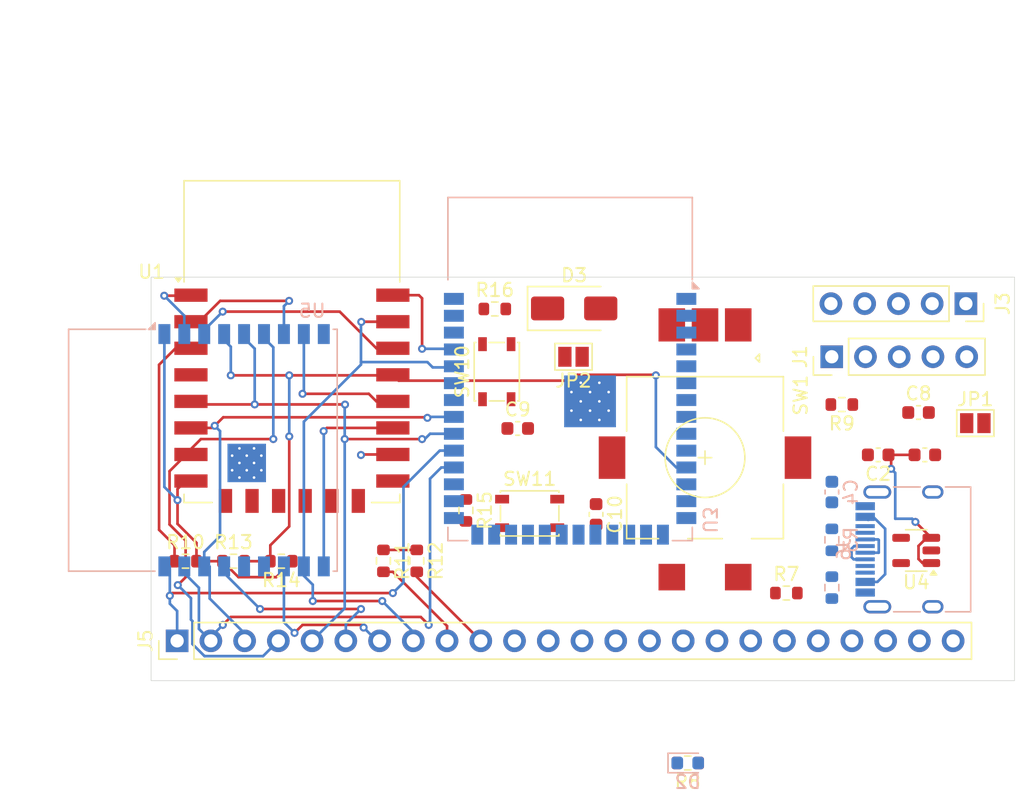
<source format=kicad_pcb>
(kicad_pcb (version 20241229) (generator "pcbnew") (generator_version "9.0")
  (layers (0 "F.Cu" signal) (2 "B.Cu" signal) (13 "F.Paste" user) (15 "B.Paste" user) (5 "F.SilkS" user "F.Silkscreen") (7 "B.SilkS" user "B.Silkscreen") (1 "F.Mask" user) (3 "B.Mask" user) (25 "Edge.Cuts" user))
  (net 0 "")
  (net 1 "GND")
  (net 2 "Net-(D2-A)")
  (net 3 "SW_D")
  (net 4 "ADC_X")
  (net 5 "ADC_Y")
  (net 6 "D-")
  (net 9 "Net-(J6-CC1)")
  (net 10 "D+")
  (net 11 "Net-(J6-CC2)")
  (net 12 "SCL_0")
  (net 13 "SCL_3")
  (net 14 "SDA_3")
  (net 15 "SDA_0")
  (net 16 "SW_B")
  (net 17 "SW_A")
  (net 18 "CS_0")
  (net 19 "UART0_RX")
  (net 20 "CS_1")
  (net 21 "DC")
  (net 22 "UART0_TX")
  (net 25 "SW_C")
  (net 26 "RST_SW")
  (net 27 "BOOT")
  (net 28 "UART1_TX")
  (net 29 "UART1_RX")
  (net 30 "SPIB_MISO")
  (net 31 "SPIB_SCK")
  (net 32 "SPIB_MOSI")
  (net 33 "SPIA_MOSI")
  (net 34 "SPIA_MISO")
  (net 35 "SPIA_SCK")
  (net 36 "LED22")
  (net 48 "Net-(U1-EN)")
  (net 49 "5V")
  (net 50 "WLED")
  (net 52 "Net-(D3-A)")
  (net 53 "Net-(JP1-A)")
  (net 54 "+3.3V")
  (net 55 "SPI_RST")
  (footprint "Capacitor_SMD:C_0603_1608Metric" (layer "F.Cu") (at 142.65 90.39)
    (property "Reference" "C5" (hide yes))
    (property "Value" "1u")
  )
  (footprint "Resistor_SMD:R_0603_1608Metric" (layer "F.Cu") (at 110.275 79.4)
    (property "Reference" "R16")
    (property "Value" "10K")
  )
  (footprint "Resistor_SMD:R_0603_1608Metric" (layer "F.Cu") (at 104.4 98.375 -90)
    (property "Reference" "R12")
    (property "Value" "10K")
  )
  (footprint "Package_TO_SOT_SMD:SOT-23-5" (layer "F.Cu") (at 141.99975 97.59 180)
    (property "Reference" "U4")
    (property "Value" "ME6211C33M5")
  )
  (footprint "Capacitor_SMD:C_0603_1608Metric" (layer "F.Cu") (at 117.9 94.875 -90)
    (property "Reference" "C10")
    (property "Value" ".1u")
  )
  (footprint "Resistor_SMD:R_0603_1608Metric" (layer "F.Cu") (at 86.99 98.4)
    (property "Reference" "R10")
    (property "Value" "10K")
  )
  (footprint "Resistor_SMD:R_0603_1608Metric" (layer "F.Cu") (at 124.8 113.6 180)
    (property "Reference" "R8")
    (property "Value" "100R")
  )
  (footprint "Jumper:SolderJumper-2_P1.3mm_Open_Pad1.0x1.5mm" (layer "F.Cu") (at 116.2 83 180)
    (property "Reference" "JP2")
    (property "Value" "Jumper_2")
  )
  (footprint "Connector_PinSocket_2.54mm:PinSocket_1x05_P2.54mm_Vertical" (layer "F.Cu") (at 145.74 79 -90)
    (property "Reference" "J3")
    (property "Value" "Conn_01x05_Pin")
  )
  (footprint "Button_Switch_SMD:SW_SPST_PTS810" (layer "F.Cu") (at 110.425 84.125 90)
    (property "Reference" "SW10")
    (property "Value" "SW_Push")
  )
  (footprint "Capacitor_SMD:C_0603_1608Metric" (layer "F.Cu") (at 139.1375 90.39 180)
    (property "Reference" "C2")
    (property "Value" "10u")
  )
  (footprint "Capacitor_SMD:C_0603_1608Metric" (layer "F.Cu") (at 142.175 87.2)
    (property "Reference" "C8")
    (property "Value" ".1u")
  )
  (footprint "Capacitor_SMD:C_0603_1608Metric" (layer "F.Cu") (at 112 88.4)
    (property "Reference" "C9")
    (property "Value" ".1u")
  )
  (footprint "Resistor_SMD:R_0603_1608Metric" (layer "F.Cu") (at 132.225 100.8)
    (property "Reference" "R7")
    (property "Value" "10K")
  )
  (footprint "Resistor_SMD:R_0603_1608Metric" (layer "F.Cu") (at 108.1 94.575 -90)
    (property "Reference" "R15")
    (property "Value" "10K")
  )
  (footprint "Resistor_SMD:R_0603_1608Metric" (layer "F.Cu") (at 94.2 98.4 180)
    (property "Reference" "R14")
    (property "Value" "10K")
  )
  (footprint "Resistor_SMD:R_0603_1608Metric" (layer "F.Cu") (at 136.4 86.6 180)
    (property "Reference" "R9")
    (property "Value" "10K")
  )
  (footprint "Resistor_SMD:R_0603_1608Metric" (layer "F.Cu") (at 90.6 98.4)
    (property "Reference" "R13")
    (property "Value" "10K")
  )
  (footprint "Jumper:SolderJumper-2_P1.3mm_Open_Pad1.0x1.5mm" (layer "F.Cu") (at 146.45 88)
    (property "Reference" "JP1")
    (property "Value" "Jumper_2")
  )
  (footprint "Diode_SMD:D_SMA" (layer "F.Cu") (at 116.25 79.36)
    (property "Reference" "D3")
    (property "Value" "SS14")
  )
  (footprint "Resistor_SMD:R_0603_1608Metric" (layer "F.Cu") (at 101.89 98.375 -90)
    (property "Reference" "R11")
    (property "Value" "10K")
  )
  (footprint "Connector_PinHeader_2.54mm:PinHeader_1x05_P2.54mm_Vertical" (layer "F.Cu") (at 135.64 83 90)
    (property "Reference" "J1")
    (property "Value" "Conn_01x05_Pin")
  )
  (footprint "Button_Switch_SMD:SW_SPST_PTS810" (layer "F.Cu") (at 112.9 94.8)
    (property "Reference" "SW11")
    (property "Value" "SW_Push")
  )
  (footprint "RF_Module:ESP-12E" (layer "F.Cu") (at 95 81.86)
    (property "Reference" "U1")
    (property "Value" "ESP-12F")
  )
  (footprint "IOT-Mess-Footprints:RotaryEncoder_EC11_SMD" (layer "F.Cu") (at 128.6 83.1 -90)
    (property "Reference" "SW1")
    (property "Value" "RotaryEncoder")
  )
  (footprint "Connector_PinHeader_2.54mm:PinHeader_1x24_P2.54mm_Vertical" (layer "F.Cu") (at 86.36 104.4 90)
    (property "Reference" "J5")
    (property "Value" "Conn_01x24_Pin")
  )
  (footprint "Resistor_SMD:R_0603_1608Metric" (layer "B.Cu") (at 135.65 100.39 -90)
    (property "Reference" "R2" (hide yes))
    (property "Value" "5.1K")
  )
  (footprint "Capacitor_SMD:C_0603_1608Metric" (layer "B.Cu") (at 135.65 93.19 90)
    (property "Reference" "C4")
    (property "Value" "1u" (hide yes))
  )
  (footprint "Connector_USB:USB_C_Receptacle_HRO_TYPE-C-31-M-12" (layer "B.Cu") (at 142.2 97.51 -90)
    (property "Reference" "J6")
    (property "Value" "USB_C_Receptacle_USB2.0_16P")
  )
  (footprint "RF_Module:ESP32-C3-WROOM-02" (layer "B.Cu") (at 91.4 90.04 -90)
    (property "Reference" "U5")
    (property "Value" "ESP32-C3-WROOM-02")
  )
  (footprint "RF_Module:ESP32-S3-WROOM-1" (layer "B.Cu") (at 115.945 83.9 180)
    (property "Reference" "U3")
    (property "Value" "ESP32-S3-WROOM-1")
  )
  (footprint "Resistor_SMD:R_0603_1608Metric" (layer "B.Cu") (at 135.65 96.79 90)
    (property "Reference" "R3")
    (property "Value" "5.1K" (hide yes))
  )
  (footprint "LED_SMD:LED_0603_1608Metric" (layer "B.Cu") (at 124.8 113.6)
    (property "Reference" "D2")
    (property "Value" "LED")
  )
  (gr_rect (start 84.4 77) (end 149.4 107.4) (stroke (width 0.05)) (fill no) (layer "Edge.Cuts"))
  (segment (start 139.181 97.7485) (end 139.1695 97.76) (width 0.2) (layer "B.Cu") (net 6))
  (segment (start 139.1695 97.76) (end 138.155 97.76) (width 0.2) (layer "B.Cu") (net 6))
  (segment (start 138.155 96.76) (end 139.132 96.76) (width 0.2) (layer "B.Cu") (net 6))
  (segment (start 139.181 96.809) (end 139.181 97.7485) (width 0.2) (layer "B.Cu") (net 6))
  (segment (start 139.132 96.76) (end 139.181 96.809) (width 0.2) (layer "B.Cu") (net 6))
  (segment (start 137.2925 98.26) (end 137.129 98.0965) (width 0.2) (layer "B.Cu") (net 10))
  (segment (start 138.155 98.26) (end 137.2925 98.26) (width 0.2) (layer "B.Cu") (net 10))
  (segment (start 137.129 97.4635) (end 137.3325 97.26) (width 0.2) (layer "B.Cu") (net 10))
  (segment (start 137.129 98.0965) (end 137.129 97.4635) (width 0.2) (layer "B.Cu") (net 10))
  (segment (start 137.3325 97.26) (end 138.155 97.26) (width 0.2) (layer "B.Cu") (net 10))
  (segment (start 103.04 84.8) (end 116.055057 84.8) (width 0.2) (layer "F.Cu") (net 12))
  (segment (start 93.375 97.2) (end 94.8 95.775) (width 0.2) (layer "F.Cu") (net 12))
  (segment (start 102.6 84.36) (end 103.04 84.8) (width 0.2) (layer "F.Cu") (net 12))
  (segment (start 94.8 89) (end 94.8 95.775) (width 0.2) (layer "F.Cu") (net 12))
  (segment (start 91.425 98.4) (end 93.375 98.4) (width 0.2) (layer "F.Cu") (net 12))
  (segment (start 116.055057 84.8) (end 116.496057 84.359) (width 0.2) (layer "F.Cu") (net 12))
  (segment (start 94.8 84.4) (end 102.56 84.4) (width 0.2) (layer "F.Cu") (net 12))
  (segment (start 93.375 97.2) (end 93.375 98.4) (width 0.2) (layer "F.Cu") (net 12))
  (segment (start 90.4 84.4) (end 94.8 84.4) (width 0.2) (layer "F.Cu") (net 12))
  (segment (start 116.496057 84.359) (end 122.359 84.359) (width 0.2) (layer "F.Cu") (net 12))
  (segment (start 122.359 84.359) (end 122.4 84.4) (width 0.2) (layer "F.Cu") (net 12))
  (segment (start 102.56 84.4) (end 102.6 84.36) (width 0.2) (layer "F.Cu") (net 12))
  (via (at 122.4 84.4) (size 0.6) (drill 0.3) (layers "F.Cu" "B.Cu") (net 12))
  (via (at 90.4 84.4) (size 0.6) (drill 0.3) (layers "F.Cu" "B.Cu") (net 12))
  (via (at 94.8 89) (size 0.6) (drill 0.3) (layers "F.Cu" "B.Cu") (net 12))
  (via (at 94.8 84.4) (size 0.6) (drill 0.3) (layers "F.Cu" "B.Cu") (net 12))
  (segment (start 122.4 84.4) (end 122.4 89.8) (width 0.2) (layer "B.Cu") (net 12))
  (segment (start 94.8 89) (end 94.8 84.4) (width 0.2) (layer "B.Cu") (net 12))
  (segment (start 124.695 91.34) (end 123.94 91.34) (width 0.2) (layer "B.Cu") (net 12))
  (segment (start 90.4 82.24604) (end 89.9 81.74604) (width 0.2) (layer "B.Cu") (net 12))
  (segment (start 90.4 84.4) (end 90.4 82.24604) (width 0.2) (layer "B.Cu") (net 12))
  (segment (start 123.94 91.34) (end 122.4 89.8) (width 0.2) (layer "B.Cu") (net 12))
  (segment (start 89.99 81.1) (end 89.99 81.4) (width 0.2) (layer "B.Cu") (net 12))
  (segment (start 104.4 99.2) (end 104.4 99.58) (width 0.2) (layer "F.Cu") (net 13))
  (segment (start 104.4 99.58) (end 109.22 104.4) (width 0.2) (layer "F.Cu") (net 13))
  (segment (start 106.68 103.28) (end 106.68 104.4) (width 0.2) (layer "F.Cu") (net 14))
  (segment (start 101.89 99.2) (end 102.6 99.2) (width 0.2) (layer "F.Cu") (net 14))
  (segment (start 102.6 99.2) (end 106.68 103.28) (width 0.2) (layer "F.Cu") (net 14))
  (segment (start 102.6 82.36) (end 101.36 82.36) (width 0.2) (layer "F.Cu") (net 15))
  (segment (start 101.36 82.36) (end 98.6 79.6) (width 0.2) (layer "F.Cu") (net 15))
  (segment (start 98.6 79.6) (end 89.79 79.6) (width 0.2) (layer "F.Cu") (net 15))
  (via (at 89.79 79.6) (size 0.6) (drill 0.3) (layers "F.Cu" "B.Cu") (net 15))
  (segment (start 88.4 80.99) (end 88.4 81.29) (width 0.2) (layer "B.Cu") (net 15))
  (segment (start 89.79 79.6) (end 88.4 80.99) (width 0.2) (layer "B.Cu") (net 15))
  (segment (start 88.49 81.55604) (end 88.49 81.1) (width 0.2) (layer "B.Cu") (net 15))
  (segment (start 102.6 88.36) (end 97.63 88.36) (width 0.2) (layer "F.Cu") (net 16))
  (segment (start 97.63 88.36) (end 97.39 88.6) (width 0.2) (layer "F.Cu") (net 16))
  (segment (start 101.84 88.36) (end 102.6 88.36) (width 0.2) (layer "F.Cu") (net 16))
  (segment (start 101.8 88.4) (end 101.84 88.36) (width 0.2) (layer "F.Cu") (net 16))
  (via (at 97.39 88.6) (size 0.6) (drill 0.3) (layers "F.Cu" "B.Cu") (net 16))
  (segment (start 97.4 88.61) (end 97.4 98.79) (width 0.2) (layer "B.Cu") (net 16))
  (segment (start 97.39 88.6) (end 97.4 88.61) (width 0.2) (layer "B.Cu") (net 16))
  (segment (start 89.6 78.79) (end 88.03 80.36) (width 0.2) (layer "F.Cu") (net 17))
  (segment (start 88.03 80.36) (end 86.99 80.36) (width 0.2) (layer "F.Cu") (net 17))
  (segment (start 94.79 78.79) (end 89.6 78.79) (width 0.2) (layer "F.Cu") (net 17))
  (via (at 94.79 78.79) (size 0.6) (drill 0.3) (layers "F.Cu" "B.Cu") (net 17))
  (segment (start 94.79 78.79) (end 94.79 78.8) (width 0.2) (layer "B.Cu") (net 17))
  (segment (start 94.4 79.19) (end 94.4 81.29) (width 0.2) (layer "B.Cu") (net 17))
  (segment (start 94.79 78.8) (end 94.4 79.19) (width 0.2) (layer "B.Cu") (net 17))
  (segment (start 92.6 102) (end 100.2 102) (width 0.2) (layer "F.Cu") (net 18))
  (segment (start 100.2 90.4) (end 100.24 90.36) (width 0.2) (layer "F.Cu") (net 18))
  (segment (start 100.24 90.36) (end 102.6 90.36) (width 0.2) (layer "F.Cu") (net 18))
  (via (at 100.2 90.4) (size 0.6) (drill 0.3) (layers "F.Cu" "B.Cu") (net 18))
  (via (at 100.2 102) (size 0.6) (drill 0.3) (layers "F.Cu" "B.Cu") (net 18))
  (via (at 92.6 102) (size 0.6) (drill 0.3) (layers "F.Cu" "B.Cu") (net 18))
  (segment (start 100.2 102) (end 99.06 103.14) (width 0.2) (layer "B.Cu") (net 18))
  (segment (start 99.06 103.14) (end 99.06 104.4) (width 0.2) (layer "B.Cu") (net 18))
  (segment (start 89.9 99.3) (end 92.6 102) (width 0.2) (layer "B.Cu") (net 18))
  (segment (start 89.9 98.79) (end 89.9 99.3) (width 0.2) (layer "B.Cu") (net 18))
  (segment (start 101.8 101.4) (end 96.571388 101.4) (width 0.2) (layer "F.Cu") (net 19))
  (segment (start 102.6 80.36) (end 103.35 80.36) (width 0.2) (layer "F.Cu") (net 19))
  (segment (start 100.24 80.36) (end 102.6 80.36) (width 0.2) (layer "F.Cu") (net 19))
  (segment (start 100.224265 80.375735) (end 100.24 80.36) (width 0.2) (layer "F.Cu") (net 19))
  (via (at 101.8 101.4) (size 0.6) (drill 0.3) (layers "F.Cu" "B.Cu") (net 19))
  (via (at 100.224265 80.375735) (size 0.6) (drill 0.3) (layers "F.Cu" "B.Cu") (net 19))
  (via (at 96.571388 101.4) (size 0.6) (drill 0.3) (layers "F.Cu" "B.Cu") (net 19))
  (segment (start 96.571388 101.4) (end 96.571388 100.171388) (width 0.2) (layer "B.Cu") (net 19))
  (segment (start 100.2 80.61) (end 100.2 83.4) (width 0.2) (layer "B.Cu") (net 19))
  (segment (start 95.9 87.89) (end 95.9 98.79) (width 0.2) (layer "B.Cu") (net 19))
  (segment (start 96.571388 100.171388) (end 95.9 99.5) (width 0.2) (layer "B.Cu") (net 19))
  (segment (start 105.6 83.8) (end 105.2 83.4) (width 0.2) (layer "B.Cu") (net 19))
  (segment (start 95.9 99.5) (end 95.9 98.79) (width 0.2) (layer "B.Cu") (net 19))
  (segment (start 100.2 80.4) (end 100.224265 80.375735) (width 0.2) (layer "B.Cu") (net 19))
  (segment (start 101.8 101.4) (end 104.14 103.74) (width 0.2) (layer "B.Cu") (net 19))
  (segment (start 104.14 103.74) (end 104.14 104.4) (width 0.2) (layer "B.Cu") (net 19))
  (segment (start 100.2 83.59) (end 95.9 87.89) (width 0.2) (layer "B.Cu") (net 19))
  (segment (start 107.115 83.8) (end 107.195 83.72) (width 0.2) (layer "B.Cu") (net 19))
  (segment (start 105.6 83.8) (end 107.115 83.8) (width 0.2) (layer "B.Cu") (net 19))
  (segment (start 100.2 83.4) (end 100.2 83.59) (width 0.2) (layer "B.Cu") (net 19))
  (segment (start 105.2 83.4) (end 100.2 83.4) (width 0.2) (layer "B.Cu") (net 19))
  (segment (start 100.2 80.61) (end 100.2 80.4) (width 0.2) (layer "B.Cu") (net 19))
  (segment (start 102.6 100.8) (end 86.01 100.8) (width 0.2) (layer "F.Cu") (net 21))
  (segment (start 86.01 100.8) (end 85.81 101) (width 0.2) (layer "F.Cu") (net 21))
  (via (at 102.6 100.8) (size 0.6) (drill 0.3) (layers "F.Cu" "B.Cu") (net 21))
  (via (at 85.81 101) (size 0.6) (drill 0.3) (layers "F.Cu" "B.Cu") (net 21))
  (segment (start 103.4 92.8) (end 106.13 90.07) (width 0.2) (layer "B.Cu") (net 21))
  (segment (start 86.36 102.15) (end 86.36 104.4) (width 0.2) (layer "B.Cu") (net 21))
  (segment (start 85.81 101) (end 85.81 98.79) (width 0.2) (layer "B.Cu") (net 21))
  (segment (start 103.4 100) (end 103.4 92.8) (width 0.2) (layer "B.Cu") (net 21))
  (segment (start 102.6 100.8) (end 103.4 100) (width 0.2) (layer "B.Cu") (net 21))
  (segment (start 85.81 101.6) (end 85.81 101) (width 0.2) (layer "B.Cu") (net 21))
  (segment (start 106.13 90.07) (end 107.195 90.07) (width 0.2) (layer "B.Cu") (net 21))
  (segment (start 85.81 101.6) (end 86.36 102.15) (width 0.2) (layer "B.Cu") (net 21))
  (segment (start 104.56 78.36) (end 102.6 78.36) (width 0.2) (layer "F.Cu") (net 22))
  (segment (start 104.8 82.4) (end 104.8 78.6) (width 0.2) (layer "F.Cu") (net 22))
  (segment (start 104.8 78.6) (end 104.56 78.36) (width 0.2) (layer "F.Cu") (net 22))
  (segment (start 100.4 103.4) (end 100.2 103.2) (width 0.2) (layer "F.Cu") (net 22))
  (segment (start 95.8 103.2) (end 95.2 103.8) (width 0.2) (layer "F.Cu") (net 22))
  (segment (start 100.2 103.2) (end 95.8 103.2) (width 0.2) (layer "F.Cu") (net 22))
  (segment (start 102.6 78.36) (end 103.56 78.36) (width 0.2) (layer "F.Cu") (net 22))
  (via (at 104.8 82.4) (size 0.6) (drill 0.3) (layers "F.Cu" "B.Cu") (net 22))
  (via (at 100.4 103.4) (size 0.6) (drill 0.3) (layers "F.Cu" "B.Cu") (net 22))
  (via (at 95.2 103.8) (size 0.6) (drill 0.3) (layers "F.Cu" "B.Cu") (net 22))
  (segment (start 94.4 103) (end 94.4 98.79) (width 0.2) (layer "B.Cu") (net 22))
  (segment (start 104.8 82.4) (end 107.145 82.4) (width 0.2) (layer "B.Cu") (net 22))
  (segment (start 95.2 103.8) (end 94.4 103) (width 0.2) (layer "B.Cu") (net 22))
  (segment (start 101.4 104.4) (end 101.6 104.4) (width 0.2) (layer "B.Cu") (net 22))
  (segment (start 100.4 103.4) (end 101.4 104.4) (width 0.2) (layer "B.Cu") (net 22))
  (segment (start 107.145 82.4) (end 107.195 82.45) (width 0.2) (layer "B.Cu") (net 22))
  (segment (start 85.39 78.4) (end 86.95 78.4) (width 0.2) (layer "F.Cu") (net 26))
  (segment (start 86.95 78.4) (end 86.99 78.36) (width 0.2) (layer "F.Cu") (net 26))
  (via (at 85.39 78.4) (size 0.6) (drill 0.3) (layers "F.Cu" "B.Cu") (net 26))
  (segment (start 86.9 79.91) (end 85.39 78.4) (width 0.2) (layer "B.Cu") (net 26))
  (segment (start 86.9 81.29) (end 86.9 79.91) (width 0.2) (layer "B.Cu") (net 26))
  (segment (start 101.36 86.36) (end 102.6 86.36) (width 0.2) (layer "F.Cu") (net 27))
  (segment (start 100.79 85.79) (end 101.36 86.36) (width 0.2) (layer "F.Cu") (net 27))
  (segment (start 100.79 85.79) (end 95.8 85.79) (width 0.2) (layer "F.Cu") (net 27))
  (via (at 95.8 85.79) (size 0.6) (drill 0.3) (layers "F.Cu" "B.Cu") (net 27))
  (segment (start 95.8 85.79) (end 95.9 85.69) (width 0.2) (layer "B.Cu") (net 27))
  (segment (start 107.145 95.2) (end 107.195 95.15) (width 0.2) (layer "B.Cu") (net 27))
  (segment (start 95.9 85.69) (end 95.9 81.29) (width 0.2) (layer "B.Cu") (net 27))
  (segment (start 87 99.61) (end 87 96.845936) (width 0.2) (layer "F.Cu") (net 33))
  (segment (start 85.789 91.619) (end 87.048 90.36) (width 0.2) (layer "F.Cu") (net 33))
  (segment (start 87.048 90.36) (end 87.4 90.36) (width 0.2) (layer "F.Cu") (net 33))
  (segment (start 85.789 95.634936) (end 85.789 91.619) (width 0.2) (layer "F.Cu") (net 33))
  (segment (start 88.15 89.2) (end 86.99 90.36) (width 0.2) (layer "F.Cu") (net 33))
  (segment (start 87 96.845936) (end 85.789 95.634936) (width 0.2) (layer "F.Cu") (net 33))
  (segment (start 86.99 90.36) (end 87.342 90.36) (width 0.2) (layer "F.Cu") (net 33))
  (segment (start 86.41 100.2) (end 87 99.61) (width 0.2) (layer "F.Cu") (net 33))
  (segment (start 93.6 89.2) (end 88.15 89.2) (width 0.2) (layer "F.Cu") (net 33))
  (via (at 93.6 89.2) (size 0.6) (drill 0.3) (layers "F.Cu" "B.Cu") (net 33))
  (via (at 86.41 100.2) (size 0.6) (drill 0.3) (layers "F.Cu" "B.Cu") (net 33))
  (segment (start 93.6 82.29) (end 92.9 81.59) (width 0.2) (layer "B.Cu") (net 33))
  (segment (start 88.42324 105.551) (end 92.829 105.551) (width 0.2) (layer "B.Cu") (net 33))
  (segment (start 92.829 105.551) (end 93.98 104.4) (width 0.2) (layer "B.Cu") (net 33))
  (segment (start 93.6 89.2) (end 93.6 82.29) (width 0.2) (layer "B.Cu") (net 33))
  (segment (start 92.9 81.59) (end 92.9 81.29) (width 0.2) (layer "B.Cu") (net 33))
  (segment (start 87.511 102.911) (end 87.511 104.63876) (width 0.2) (layer "B.Cu") (net 33))
  (segment (start 87.4 101.19) (end 87.4 102.8) (width 0.2) (layer "B.Cu") (net 33))
  (segment (start 86.41 100.2) (end 87.4 101.19) (width 0.2) (layer "B.Cu") (net 33))
  (segment (start 87.511 104.63876) (end 88.42324 105.551) (width 0.2) (layer "B.Cu") (net 33))
  (segment (start 87.4 102.8) (end 87.511 102.911) (width 0.2) (layer "B.Cu") (net 33))
  (segment (start 92.9 80.99) (end 92.9 81.29) (width 0.2) (layer "B.Cu") (net 33))
  (segment (start 89.19 88.2) (end 89.03 88.36) (width 0.2) (layer "F.Cu") (net 34))
  (segment (start 89.831 87.559) (end 89.19 88.2) (width 0.2) (layer "F.Cu") (net 34))
  (segment (start 105.159 87.559) (end 105.2 87.6) (width 0.2) (layer "F.Cu") (net 34))
  (segment (start 89.831 87.559) (end 105.159 87.559) (width 0.2) (layer "F.Cu") (net 34))
  (segment (start 89.03 88.36) (end 86.99 88.36) (width 0.2) (layer "F.Cu") (net 34))
  (via (at 89.19 88.2) (size 0.6) (drill 0.3) (layers "F.Cu" "B.Cu") (net 34))
  (via (at 105.2 87.6) (size 0.6) (drill 0.3) (layers "F.Cu" "B.Cu") (net 34))
  (segment (start 105.2 87.6) (end 105.27 87.53) (width 0.2) (layer "B.Cu") (net 34))
  (segment (start 105.27 87.53) (end 107.195 87.53) (width 0.2) (layer "B.Cu") (net 34))
  (segment (start 88.49 98.6) (end 88.49 98.9) (width 0.2) (layer "B.Cu") (net 34))
  (segment (start 89.59 88.6) (end 89.59 96.51346) (width 0.2) (layer "B.Cu") (net 34))
  (segment (start 89.19 88.2) (end 89.59 88.6) (width 0.2) (layer "B.Cu") (net 34))
  (segment (start 89.59 96.51346) (end 88.4 97.70346) (width 0.2) (layer "B.Cu") (net 34))
  (segment (start 91.44 103.84) (end 91.44 104.4) (width 0.2) (layer "B.Cu") (net 34))
  (segment (start 88.81 98.79) (end 88.81 101.21) (width 0.2) (layer "B.Cu") (net 34))
  (segment (start 88.81 101.21) (end 91.44 103.84) (width 0.2) (layer "B.Cu") (net 34))
  (segment (start 88.4 97.70346) (end 88.4 98.79) (width 0.2) (layer "B.Cu") (net 34))
  (segment (start 87.22 86.59) (end 86.99 86.36) (width 0.2) (layer "F.Cu") (net 35))
  (segment (start 98.975735 89.2) (end 104.8 89.2) (width 0.2) (layer "F.Cu") (net 35))
  (segment (start 92.2 86.59) (end 98.99 86.59) (width 0.2) (layer "F.Cu") (net 35))
  (segment (start 98.99 86.59) (end 99 86.6) (width 0.2) (layer "F.Cu") (net 35))
  (segment (start 92.2 86.59) (end 87.22 86.59) (width 0.2) (layer "F.Cu") (net 35))
  (via (at 98.975735 89.2) (size 0.6) (drill 0.3) (layers "F.Cu" "B.Cu") (net 35))
  (via (at 104.8 89.2) (size 0.6) (drill 0.3) (layers "F.Cu" "B.Cu") (net 35))
  (via (at 92.2 86.59) (size 0.6) (drill 0.3) (layers "F.Cu" "B.Cu") (net 35))
  (via (at 99 86.6) (size 0.6) (drill 0.3) (layers "F.Cu" "B.Cu") (net 35))
  (segment (start 104.8 89.2) (end 105 89.2) (width 0.2) (layer "B.Cu") (net 35))
  (segment (start 98.975735 101.944265) (end 96.52 104.4) (width 0.2) (layer "B.Cu") (net 35))
  (segment (start 92.2 86.59) (end 92.2 82.39) (width 0.2) (layer "B.Cu") (net 35))
  (segment (start 98.975735 86.624265) (end 99 86.6) (width 0.2) (layer "B.Cu") (net 35))
  (segment (start 98.975735 89.2) (end 98.975735 86.624265) (width 0.2) (layer "B.Cu") (net 35))
  (segment (start 105 89.2) (end 105.4 88.8) (width 0.2) (layer "B.Cu") (net 35))
  (segment (start 105.4 88.8) (end 107.195 88.8) (width 0.2) (layer "B.Cu") (net 35))
  (segment (start 98.975735 89.2) (end 98.975735 101.944265) (width 0.2) (layer "B.Cu") (net 35))
  (segment (start 92.2 82.39) (end 91.4 81.59) (width 0.2) (layer "B.Cu") (net 35))
  (segment (start 86.165 98.4) (end 86.165 97.2) (width 0.2) (layer "F.Cu") (net 48))
  (segment (start 86.24 82.36) (end 85.001 83.599) (width 0.2) (layer "F.Cu") (net 48))
  (segment (start 86.165 97.2) (end 85.001 96.036) (width 0.2) (layer "F.Cu") (net 48))
  (segment (start 85.001 83.599) (end 85.001 96.036) (width 0.2) (layer "F.Cu") (net 48))
  (segment (start 86.99 82.36) (end 86.24 82.36) (width 0.2) (layer "F.Cu") (net 48))
  (segment (start 140.1125 91.44) (end 140.1125 90.59) (width 0.2) (layer "F.Cu") (net 49))
  (segment (start 142.782782 96.64) (end 142.17375 97.249032) (width 0.2) (layer "F.Cu") (net 49))
  (segment (start 142.474751 98.54) (end 143.13725 98.54) (width 0.2) (layer "F.Cu") (net 49))
  (segment (start 140.1125 90.59) (end 139.9125 90.39) (width 0.2) (layer "F.Cu") (net 49))
  (segment (start 141.875 90.39) (end 139.9125 90.39) (width 0.2) (layer "F.Cu") (net 49))
  (segment (start 142.17375 97.249032) (end 142.17375 98.238999) (width 0.2) (layer "F.Cu") (net 49))
  (segment (start 142.17375 98.238999) (end 142.474751 98.54) (width 0.2) (layer "F.Cu") (net 49))
  (segment (start 141.93725 95.44) (end 143.13725 96.64) (width 0.2) (layer "F.Cu") (net 49))
  (segment (start 143.13725 96.64) (end 142.782782 96.64) (width 0.2) (layer "F.Cu") (net 49))
  (via (at 140.1125 91.44) (size 0.6) (drill 0.3) (layers "F.Cu" "B.Cu") (net 49))
  (via (at 141.93725 95.44) (size 0.6) (drill 0.3) (layers "F.Cu" "B.Cu") (net 49))
  (segment (start 140.421 95.20125) (end 140.421 91.7485) (width 0.2) (layer "B.Cu") (net 49))
  (segment (start 140.421 95.20125) (end 141.6985 95.20125) (width 0.2) (layer "B.Cu") (net 49))
  (segment (start 140.421 91.7485) (end 140.1125 91.44) (width 0.2) (layer "B.Cu") (net 49))
  (segment (start 141.6985 95.20125) (end 141.93725 95.44) (width 0.2) (layer "B.Cu") (net 49))
  (segment (start 87.74 84.36) (end 86.99 84.36) (width 0.2) (layer "F.Cu") (net 50))
  (segment (start 139.08 99.96) (end 138.155 99.96) (width 0.2) (layer "B.Cu") (net 53))
  (segment (start 138.155 95.06) (end 138.76225 95.06) (width 0.2) (layer "B.Cu") (net 53))
  (segment (start 138.391 95.296) (end 138.155 95.06) (width 0.2) (layer "B.Cu") (net 53))
  (segment (start 139.66225 99.37775) (end 139.08 99.96) (width 0.2) (layer "B.Cu") (net 53))
  (segment (start 139.66225 95.96) (end 139.66225 99.37775) (width 0.2) (layer "B.Cu") (net 53))
  (segment (start 138.76225 95.06) (end 139.66225 95.96) (width 0.2) (layer "B.Cu") (net 53))
  (segment (start 104.4 97.55) (end 101.89 97.55) (width 0.2) (layer "F.Cu") (net 54))
  (segment (start 87.815 98.4) (end 87.815 97.015) (width 0.2) (layer "F.Cu") (net 54))
  (segment (start 90.975 99.6) (end 93.825 99.6) (width 0.2) (layer "F.Cu") (net 54))
  (segment (start 89.775 98.4) (end 90.975 99.6) (width 0.2) (layer "F.Cu") (net 54))
  (segment (start 93.825 99.6) (end 95.025 98.4) (width 0.2) (layer "F.Cu") (net 54))
  (segment (start 86.39 95.59) (end 86.39 93.8) (width 0.2) (layer "F.Cu") (net 54))
  (segment (start 87.815 98.4) (end 89.775 98.4) (width 0.2) (layer "F.Cu") (net 54))
  (segment (start 86.39 92.96) (end 86.99 92.36) (width 0.2) (layer "F.Cu") (net 54))
  (segment (start 86.39 93.8) (end 86.39 92.96) (width 0.2) (layer "F.Cu") (net 54))
  (segment (start 87.815 97.015) (end 86.39 95.59) (width 0.2) (layer "F.Cu") (net 54))
  (via (at 86.39 93.8) (size 0.6) (drill 0.3) (layers "F.Cu" "B.Cu") (net 54))
  (segment (start 85.4 92.81) (end 86.39 93.8) (width 0.2) (layer "B.Cu") (net 54))
  (segment (start 85.4 81.29) (end 85.4 92.81) (width 0.2) (layer "B.Cu") (net 54))
  (segment (start 90.4 102.6) (end 89.8 103.2) (width 0.2) (layer "F.Cu") (net 55))
  (segment (start 104.699566 102.6) (end 90.4 102.6) (width 0.2) (layer "F.Cu") (net 55))
  (segment (start 105.299566 103.2) (end 104.699566 102.6) (width 0.2) (layer "F.Cu") (net 55))
  (via (at 105.299566 103.2) (size 0.6) (drill 0.3) (layers "F.Cu" "B.Cu") (net 55))
  (via (at 89.8 103.2) (size 0.6) (drill 0.3) (layers "F.Cu" "B.Cu") (net 55))
  (segment (start 106.245 91.34) (end 107.195 91.34) (width 0.2) (layer "B.Cu") (net 55))
  (segment (start 88 100.4) (end 88 103.5) (width 0.2) (layer "B.Cu") (net 55))
  (segment (start 86.9 99.3) (end 88 100.4) (width 0.2) (layer "B.Cu") (net 55))
  (segment (start 105.4 92.185) (end 106.245 91.34) (width 0.2) (layer "B.Cu") (net 55))
  (segment (start 86.9 98.79) (end 86.9 99.3) (width 0.2) (layer "B.Cu") (net 55))
  (segment (start 105.299566 103.2) (end 105.4 103.099566) (width 0.2) (layer "B.Cu") (net 55))
  (segment (start 88 103.5) (end 88.9 104.4) (width 0.2) (layer "B.Cu") (net 55))
  (segment (start 105.4 103.099566) (end 105.4 92.185) (width 0.2) (layer "B.Cu") (net 55))
  (segment (start 88.9 104.1) (end 88.9 104.4) (width 0.2) (layer "B.Cu") (net 55))
  (segment (start 89.8 103.2) (end 88.9 104.1) (width 0.2) (layer "B.Cu") (net 55))
)
</source>
